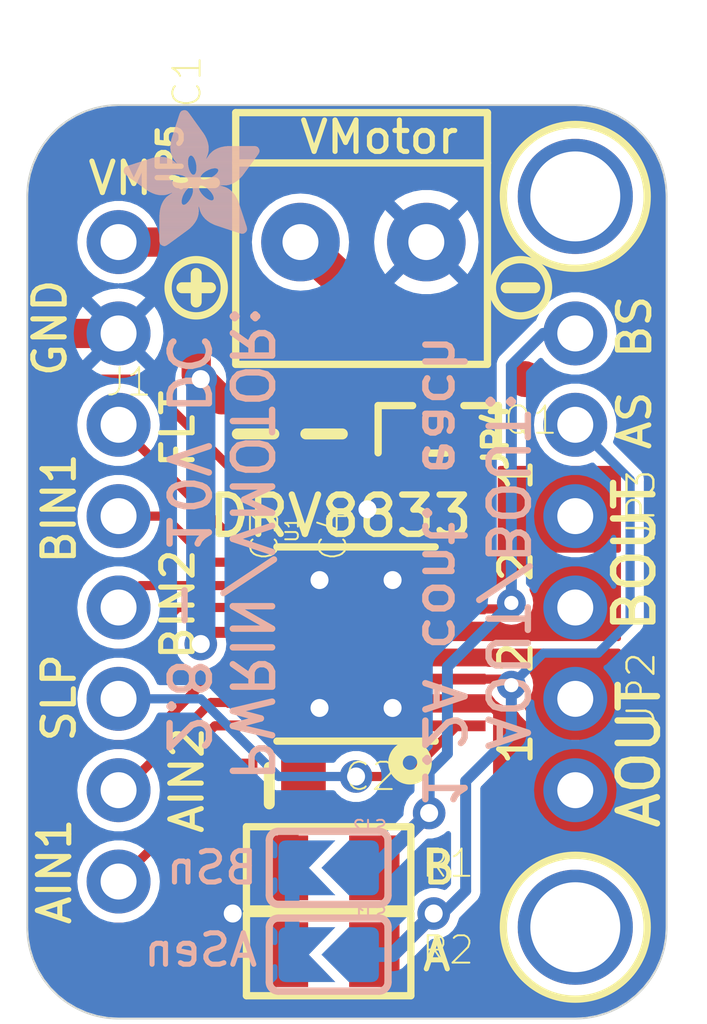
<source format=kicad_pcb>
(kicad_pcb (version 20221018) (generator pcbnew)
  (layers (0 "F.Cu" signal) (31 "B.Cu" signal) (34 "B.Paste" user) (35 "F.Paste" user) (36 "B.SilkS" user "B.Silkscreen") (37 "F.SilkS" user "F.Silkscreen") (38 "B.Mask" user) (39 "F.Mask" user) (44 "Edge.Cuts" user))
  (net 0 "")
  (net 1 "BSEN")
  (net 2 "GND")
  (net 3 "ASEN")
  (net 4 "PWRIN")
  (net 5 "VMOTOR")
  (net 6 "AOUT1")
  (net 7 "AOUT2")
  (net 8 "BOUT2")
  (net 9 "BOUT1")
  (net 10 "VINT")
  (net 11 "N$8")
  (net 12 "~{SLEEP}")
  (net 13 "AIN1")
  (net 14 "AIN2")
  (net 15 "BIN1")
  (net 16 "BIN2")
  (net 17 "NFAULT")
  (footprint "working:TERMBLOCK_1X2-3.5MM" (layer "F.Cu") (at 149.0091 96.1136 180)
    (fp_text reference "J1" (at 5.89 -3.89) (layer "F.SilkS") (effects (font (size 0.75948 0.75948) (thickness 0.05332)) (justify right)))
    (fp_text value "VMOTORIN" hide)
    (pad "1" thru_hole circle (at 1.8 0 180) (size 2.1844 2.1844) (drill 1) (layers "*.Cu" "*.Mask") (net 4 "PWRIN"))
    (pad "2" thru_hole circle (at -1.7 0 180) (size 2.1844 2.1844) (drill 1) (layers "*.Cu" "*.Mask") (net 2 "GND"))
  )
  (footprint "working:1X02_ROUND" (layer "F.Cu") (at 154.8511 110.0836 -90)
    (fp_text reference "JP2" (at -2.6162 -1.8288 90) (layer "F.SilkS") (effects (font (size 0.74615 0.74615) (thickness 0.06665)) (justify right)))
    (fp_text value "")
    (pad "1" thru_hole circle (at -1.27 0) (size 1.778 1.778) (drill 1) (layers "*.Cu" "*.Mask") (net 7 "AOUT2"))
    (pad "2" thru_hole circle (at 1.27 0) (size 1.778 1.778) (drill 1) (layers "*.Cu" "*.Mask") (net 6 "AOUT1"))
  )
  (footprint "working:_1206" (layer "F.Cu") (at 147.9931 115.9256)
    (fp_text reference "R2" (at 2.54 -0.127) (layer "F.SilkS") (effects (font (size 0.75948 0.75948) (thickness 0.05332)) (justify left)))
    (fp_text value "0.2Ω")
    (pad "1" smd rect (at -1.27 0) (size 1.4 1.8) (layers "F.Cu" "F.Paste" "F.Mask") (net 2 "GND"))
    (pad "2" smd rect (at 1.27 0) (size 1.4 1.8) (layers "F.Cu" "F.Paste" "F.Mask") (net 3 "ASEN"))
  )
  (footprint "working:1X08_ROUND_70" (layer "F.Cu") (at 142.1511 105.0036 -90)
    (fp_text reference "JP5" (at -10.2362 -1.8288 -90) (layer "F.SilkS") (effects (font (size 0.666496 0.666496) (thickness 0.146304)) (justify left bottom)))
    (fp_text value "")
    (pad "1" thru_hole circle (at -8.89 0) (size 1.778 1.778) (drill 1) (layers "*.Cu" "*.Mask") (net 5 "VMOTOR"))
    (pad "2" thru_hole circle (at -6.35 0) (size 1.778 1.778) (drill 1) (layers "*.Cu" "*.Mask") (net 2 "GND"))
    (pad "3" thru_hole circle (at -3.81 0) (size 1.778 1.778) (drill 1) (layers "*.Cu" "*.Mask") (net 17 "NFAULT"))
    (pad "4" thru_hole circle (at -1.27 0) (size 1.778 1.778) (drill 1) (layers "*.Cu" "*.Mask") (net 15 "BIN1"))
    (pad "5" thru_hole circle (at 1.27 0) (size 1.778 1.778) (drill 1) (layers "*.Cu" "*.Mask") (net 16 "BIN2"))
    (pad "6" thru_hole circle (at 3.81 0) (size 1.778 1.778) (drill 1) (layers "*.Cu" "*.Mask") (net 12 "~{SLEEP}"))
    (pad "7" thru_hole circle (at 6.35 0) (size 1.778 1.778) (drill 1) (layers "*.Cu" "*.Mask") (net 14 "AIN2"))
    (pad "8" thru_hole circle (at 8.89 0) (size 1.778 1.778) (drill 1) (layers "*.Cu" "*.Mask") (net 13 "AIN1"))
  )
  (footprint "working:_1206" (layer "F.Cu") (at 147.9931 113.5126)
    (fp_text reference "R1" (at 2.54 -0.127) (layer "F.SilkS") (effects (font (size 0.75948 0.75948) (thickness 0.05332)) (justify left)))
    (fp_text value "0.2Ω")
    (pad "1" smd rect (at -1.27 0) (size 1.4 1.8) (layers "F.Cu" "F.Paste" "F.Mask") (net 2 "GND"))
    (pad "2" smd rect (at 1.27 0) (size 1.4 1.8) (layers "F.Cu" "F.Paste" "F.Mask") (net 1 "BSEN"))
  )
  (footprint "working:MOUNTINGHOLE_2.5_PLATED" (layer "F.Cu") (at 154.8511 94.8436)
    (fp_text reference "U$13" hide)
    (fp_text value "MOUNTINGHOLE2.5" hide)
    (pad "P$1" thru_hole circle (at 0 0) (size 3.2 3.2) (drill 2.5) (layers "*.Cu" "*.Mask"))
    (zone (net 0) (net_name "") (layer "F.Cu") (connect_pads (clearance 0)) (min_thickness 0.25)
      (keepout (tracks not_allowed) (vias not_allowed) (pads not_allowed) (copperpour not_allowed) (footprints allowed))
      (fill (thermal_gap 0.5) (thermal_bridge_width 0.5))
      (polygon (pts (xy 156.8671 94.8436) (xy 156.84748 94.563027) (xy 156.789004 94.287915) (xy 156.692808 94.023619) (xy 156.560765 93.775283) (xy 156.395446 93.54774) (xy 156.200067 93.34542) (xy 155.978433 93.17226) (xy 155.734856 93.031631) (xy 155.474078 92.92627) (xy 155.201175 92.858228) (xy 154.921457 92.828828) (xy 154.640371 92.838644) (xy 154.363385 92.887484) (xy 154.095893 92.974397) (xy 153.8431 93.097693) (xy 153.609926 93.25497) (xy 153.400911 93.443169) (xy 153.220122 93.658625) (xy 153.071078 93.897145) (xy 152.95668 94.154087) (xy 152.879154 94.42445) (xy 152.840011 94.702971) (xy 152.840011 94.984229) (xy 152.879154 95.26275) (xy 152.95668 95.533113) (xy 153.071078 95.790055) (xy 153.220122 96.028575) (xy 153.400911 96.244031) (xy 153.609926 96.43223) (xy 153.8431 96.589507) (xy 154.095893 96.712803) (xy 154.363385 96.799716) (xy 154.640371 96.848556) (xy 154.921457 96.858372) (xy 155.201175 96.828972) (xy 155.474078 96.76093) (xy 155.734856 96.655569) (xy 155.978433 96.51494) (xy 156.200067 96.34178) (xy 156.395446 96.13946) (xy 156.560765 95.911917) (xy 156.692808 95.663581) (xy 156.789004 95.399285) (xy 156.84748 95.124173)))
      (polygon (pts (xy 154.8351 94.8436) (xy 154.839786 94.854914) (xy 154.8511 94.8596) (xy 154.862414 94.854914) (xy 154.8671 94.8436) (xy 154.862414 94.832286) (xy 154.8511 94.8276) (xy 154.839786 94.832286)))
    )
    (zone (net 0) (net_name "") (layer "B.Cu") (connect_pads (clearance 0)) (min_thickness 0.25)
      (keepout (tracks not_allowed) (vias not_allowed) (pads not_allowed) (copperpour not_allowed) (footprints allowed))
      (fill (thermal_gap 0.5) (thermal_bridge_width 0.5))
      (polygon (pts (xy 156.8671 94.8436) (xy 156.84748 94.563027) (xy 156.789004 94.287915) (xy 156.692808 94.023619) (xy 156.560765 93.775283) (xy 156.395446 93.54774) (xy 156.200067 93.34542) (xy 155.978433 93.17226) (xy 155.734856 93.031631) (xy 155.474078 92.92627) (xy 155.201175 92.858228) (xy 154.921457 92.828828) (xy 154.640371 92.838644) (xy 154.363385 92.887484) (xy 154.095893 92.974397) (xy 153.8431 93.097693) (xy 153.609926 93.25497) (xy 153.400911 93.443169) (xy 153.220122 93.658625) (xy 153.071078 93.897145) (xy 152.95668 94.154087) (xy 152.879154 94.42445) (xy 152.840011 94.702971) (xy 152.840011 94.984229) (xy 152.879154 95.26275) (xy 152.95668 95.533113) (xy 153.071078 95.790055) (xy 153.220122 96.028575) (xy 153.400911 96.244031) (xy 153.609926 96.43223) (xy 153.8431 96.589507) (xy 154.095893 96.712803) (xy 154.363385 96.799716) (xy 154.640371 96.848556) (xy 154.921457 96.858372) (xy 155.201175 96.828972) (xy 155.474078 96.76093) (xy 155.734856 96.655569) (xy 155.978433 96.51494) (xy 156.200067 96.34178) (xy 156.395446 96.13946) (xy 156.560765 95.911917) (xy 156.692808 95.663581) (xy 156.789004 95.399285) (xy 156.84748 95.124173)))
      (polygon (pts (xy 154.8351 94.8436) (xy 154.839786 94.854914) (xy 154.8511 94.8596) (xy 154.862414 94.854914) (xy 154.8671 94.8436) (xy 154.862414 94.832286) (xy 154.8511 94.8276) (xy 154.839786 94.832286)))
    )
  )
  (footprint "working:0805-NO" (layer "F.Cu") (at 145.9611 101.4476 -90)
    (fp_text reference "C3" (at 2.032 -0.254 90) (layer "F.SilkS") (effects (font (size 0.75948 0.75948) (thickness 0.05332)) (justify right)))
    (fp_text value "0.1uF")
    (pad "1" smd rect (at -0.95 0 270) (size 1.24 1.5) (layers "F.Cu" "F.Paste" "F.Mask") (net 5 "VMOTOR"))
    (pad "2" smd rect (at 0.95 0 270) (size 1.24 1.5) (layers "F.Cu" "F.Paste" "F.Mask") (net 11 "N$8"))
  )
  (footprint "working:SYMBOL_PLUS" (layer "F.Cu") (at 144.3101 97.3836)
    (fp_text reference "U$15" hide)
    (fp_text value "" hide)
  )
  (footprint "working:MOUNTINGHOLE_2.5_PLATED" (layer "F.Cu") (at 154.8511 115.1636)
    (fp_text reference "U$14" hide)
    (fp_text value "MOUNTINGHOLE2.5" hide)
    (pad "P$1" thru_hole circle (at 0 0) (size 3.2 3.2) (drill 2.5) (layers "*.Cu" "*.Mask"))
    (zone (net 0) (net_name "") (layer "F.Cu") (connect_pads (clearance 0)) (min_thickness 0.25)
      (keepout (tracks not_allowed) (vias not_allowed) (pads not_allowed) (copperpour not_allowed) (footprints allowed))
      (fill (thermal_gap 0.5) (thermal_bridge_width 0.5))
      (polygon (pts (xy 156.8671 115.1636) (xy 156.84748 114.883027) (xy 156.789004 114.607915) (xy 156.692808 114.343619) (xy 156.560765 114.095283) (xy 156.395446 113.86774) (xy 156.200067 113.66542) (xy 155.978433 113.49226) (xy 155.734856 113.351631) (xy 155.474078 113.24627) (xy 155.201175 113.178228) (xy 154.921457 113.148828) (xy 154.640371 113.158644) (xy 154.363385 113.207484) (xy 154.095893 113.294397) (xy 153.8431 113.417693) (xy 153.609926 113.57497) (xy 153.400911 113.763169) (xy 153.220122 113.978625) (xy 153.071078 114.217145) (xy 152.95668 114.474087) (xy 152.879154 114.74445) (xy 152.840011 115.022971) (xy 152.840011 115.304229) (xy 152.879154 115.58275) (xy 152.95668 115.853113) (xy 153.071078 116.110055) (xy 153.220122 116.348575) (xy 153.400911 116.564031) (xy 153.609926 116.75223) (xy 153.8431 116.909507) (xy 154.095893 117.032803) (xy 154.363385 117.119716) (xy 154.640371 117.168556) (xy 154.921457 117.178372) (xy 155.201175 117.148972) (xy 155.474078 117.08093) (xy 155.734856 116.975569) (xy 155.978433 116.83494) (xy 156.200067 116.66178) (xy 156.395446 116.45946) (xy 156.560765 116.231917) (xy 156.692808 115.983581) (xy 156.789004 115.719285) (xy 156.84748 115.444173)))
      (polygon (pts (xy 154.8351 115.1636) (xy 154.839786 115.174914) (xy 154.8511 115.1796) (xy 154.862414 115.174914) (xy 154.8671 115.1636) (xy 154.862414 115.152286) (xy 154.8511 115.1476) (xy 154.839786 115.152286)))
    )
    (zone (net 0) (net_name "") (layer "B.Cu") (connect_pads (clearance 0)) (min_thickness 0.25)
      (keepout (tracks not_allowed) (vias not_allowed) (pads not_allowed) (copperpour not_allowed) (footprints allowed))
      (fill (thermal_gap 0.5) (thermal_bridge_width 0.5))
      (polygon (pts (xy 156.8671 115.1636) (xy 156.84748 114.883027) (xy 156.789004 114.607915) (xy 156.692808 114.343619) (xy 156.560765 114.095283) (xy 156.395446 113.86774) (xy 156.200067 113.66542) (xy 155.978433 113.49226) (xy 155.734856 113.351631) (xy 155.474078 113.24627) (xy 155.201175 113.178228) (xy 154.921457 113.148828) (xy 154.640371 113.158644) (xy 154.363385 113.207484) (xy 154.095893 113.294397) (xy 153.8431 113.417693) (xy 153.609926 113.57497) (xy 153.400911 113.763169) (xy 153.220122 113.978625) (xy 153.071078 114.217145) (xy 152.95668 114.474087) (xy 152.879154 114.74445) (xy 152.840011 115.022971) (xy 152.840011 115.304229) (xy 152.879154 115.58275) (xy 152.95668 115.853113) (xy 153.071078 116.110055) (xy 153.220122 116.348575) (xy 153.400911 116.564031) (xy 153.609926 116.75223) (xy 153.8431 116.909507) (xy 154.095893 117.032803) (xy 154.363385 117.119716) (xy 154.640371 117.168556) (xy 154.921457 117.178372) (xy 155.201175 117.148972) (xy 155.474078 117.08093) (xy 155.734856 116.975569) (xy 155.978433 116.83494) (xy 156.200067 116.66178) (xy 156.395446 116.45946) (xy 156.560765 116.231917) (xy 156.692808 115.983581) (xy 156.789004 115.719285) (xy 156.84748 115.444173)))
      (polygon (pts (xy 154.8351 115.1636) (xy 154.839786 115.174914) (xy 154.8511 115.1796) (xy 154.862414 115.174914) (xy 154.8671 115.1636) (xy 154.862414 115.152286) (xy 154.8511 115.1476) (xy 154.839786 115.152286)))
    )
  )
  (footprint "working:HTSSOP16" (layer "F.Cu") (at 148.7551 107.2896 90)
    (fp_text reference "U1" (at 2.794 -1.778 90) (layer "F.SilkS") (effects (font (size 0.35308 0.35308) (thickness 0.05332)) (justify left)))
    (fp_text value "DRV8833PWPR")
    (pad "1" smd rect (at -2.275 2.8 90) (size 0.3 1.6) (layers "F.Cu" "F.Paste" "F.Mask") (net 12 "~{SLEEP}"))
    (pad "2" smd rect (at -1.625 2.8 90) (size 0.3 1.6) (layers "F.Cu" "F.Paste" "F.Mask") (net 6 "AOUT1"))
    (pad "3" smd rect (at -0.975 2.8 90) (size 0.3 1.6) (layers "F.Cu" "F.Paste" "F.Mask") (net 3 "ASEN"))
    (pad "4" smd rect (at -0.325 2.8 90) (size 0.3 1.6) (layers "F.Cu" "F.Paste" "F.Mask") (net 7 "AOUT2"))
    (pad "5" smd rect (at 0.325 2.8 90) (size 0.3 1.6) (layers "F.Cu" "F.Paste" "F.Mask") (net 8 "BOUT2"))
    (pad "6" smd rect (at 0.975 2.8 90) (size 0.3 1.6) (layers "F.Cu" "F.Paste" "F.Mask") (net 1 "BSEN"))
    (pad "7" smd rect (at 1.625 2.8 90) (size 0.3 1.6) (layers "F.Cu" "F.Paste" "F.Mask") (net 9 "BOUT1"))
    (pad "8" smd rect (at 2.275 2.8 90) (size 0.3 1.6) (layers "F.Cu" "F.Paste" "F.Mask") (net 17 "NFAULT"))
    (pad "9" smd rect (at 2.275 -2.8 90) (size 0.3 1.6) (layers "F.Cu" "F.Paste" "F.Mask") (net 15 "BIN1"))
    (pad "10" smd rect (at 1.625 -2.8 90) (size 0.3 1.6) (layers "F.Cu" "F.Paste" "F.Mask") (net 16 "BIN2"))
    (pad "11" smd rect (at 0.975 -2.8 90) (size 0.3 1.6) (layers "F.Cu" "F.Paste" "F.Mask") (net 11 "N$8"))
    (pad "12" smd rect (at 0.325 -2.8 90) (size 0.3 1.6) (layers "F.Cu" "F.Paste" "F.Mask") (net 5 "VMOTOR"))
    (pad "13" smd rect (at -0.325 -2.8 90) (size 0.3 1.6) (layers "F.Cu" "F.Paste" "F.Mask") (net 2 "GND"))
    (pad "14" smd rect (at -0.975 -2.8 90) (size 0.3 1.6) (layers "F.Cu" "F.Paste" "F.Mask") (net 10 "VINT"))
    (pad "15" smd rect (at -1.625 -2.8 90) (size 0.3 1.6) (layers "F.Cu" "F.Paste" "F.Mask") (net 14 "AIN2"))
    (pad "16" smd rect (at -2.275 -2.8 90) (size 0.3 1.6) (layers "F.Cu" "F.Paste" "F.Mask") (net 13 "AIN1"))
    (pad "PPAD" smd rect (at 0 0 90) (size 4.8 3.2) (layers "F.Cu" "F.Mask") (net 2 "GND"))
  )
  (footprint "working:0805-NO" (layer "F.Cu") (at 147.8661 101.4476 -90)
    (fp_text reference "C4" (at 2.032 -0.254 90) (layer "F.SilkS") (effects (font (size 0.75948 0.75948) (thickness 0.05332)) (justify right)))
    (fp_text value "10µF/16V")
    (pad "1" smd rect (at -0.95 0 270) (size 1.24 1.5) (layers "F.Cu" "F.Paste" "F.Mask") (net 5 "VMOTOR"))
    (pad "2" smd rect (at 0.95 0 270) (size 1.24 1.5) (layers "F.Cu" "F.Paste" "F.Mask") (net 2 "GND"))
  )
  (footprint "working:FIDUCIAL_1MM" (layer "F.Cu") (at 153.4541 99.9236)
    (fp_text reference "FID1" hide)
    (fp_text value "FIDUCIAL\"\"" hide)
    (pad "1" smd roundrect (at 0 0) (size 1 1) (layers "F.Cu" "F.Mask") (roundrect_rratio 0.5))
  )
  (footprint "working:FIDUCIAL_1MM" (layer "F.Cu") (at 141.8971 116.4336)
    (fp_text reference "FID2" hide)
    (fp_text value "FIDUCIAL\"\"" hide)
    (pad "1" smd roundrect (at 0 0) (size 1 1) (layers "F.Cu" "F.Mask") (roundrect_rratio 0.5))
  )
  (footprint "working:SOT23-WIDE" (layer "F.Cu") (at 151.0411 101.3206)
    (fp_text reference "Q1" (at 1.778 -0.254) (layer "F.SilkS") (effects (font (size 0.75948 0.75948) (thickness 0.05332)) (justify left)))
    (fp_text value "DMG3415U")
    (pad "1" smd rect (at -0.95 1) (size 1 1.2) (layers "F.Cu" "F.Paste" "F.Mask") (net 2 "GND"))
    (pad "2" smd rect (at 0.95 1) (size 1 1.2) (layers "F.Cu" "F.Paste" "F.Mask") (net 5 "VMOTOR"))
    (pad "3" smd rect (at 0 -1) (size 1 1.2) (layers "F.Cu" "F.Paste" "F.Mask") (net 4 "PWRIN"))
  )
  (footprint "working:SYMBOL_MINUS" (layer "F.Cu") (at 153.3271 97.3836)
    (fp_text reference "U$16" hide)
    (fp_text value "" hide)
  )
  (footprint "working:0805-NO" (layer "F.Cu") (at 144.3101 94.4626 90)
    (fp_text reference "C1" (at 2.032 -0.254 90) (layer "F.SilkS") (effects (font (size 0.75948 0.75948) (thickness 0.05332)) (justify left)))
    (fp_text value "10µF/16V")
    (pad "1" smd rect (at -0.95 0 90) (size 1.24 1.5) (layers "F.Cu" "F.Paste" "F.Mask") (net 5 "VMOTOR"))
    (pad "2" smd rect (at 0.95 0 90) (size 1.24 1.5) (layers "F.Cu" "F.Paste" "F.Mask") (net 2 "GND"))
  )
  (footprint "working:1X02_ROUND" (layer "F.Cu") (at 154.8511 105.0036 -90)
    (fp_text reference "JP3" (at -2.6162 -1.8288 90) (layer "F.SilkS") (effects (font (size 0.74615 0.74615) (thickness 0.06665)) (justify right)))
    (fp_text value "")
    (pad "1" thru_hole circle (at -1.27 0) (size 1.778 1.778) (drill 1) (layers "*.Cu" "*.Mask") (net 9 "BOUT1"))
    (pad "2" thru_hole circle (at 1.27 0) (size 1.778 1.778) (drill 1) (layers "*.Cu" "*.Mask") (net 8 "BOUT2"))
  )
  (footprint "working:0805-NO" (layer "F.Cu") (at 146.3421 111.2266)
    (fp_text reference "C2" (at 2.032 -0.254) (layer "F.SilkS") (effects (font (size 0.75948 0.75948) (thickness 0.05332)) (justify left)))
    (fp_text value "10µF")
    (pad "1" smd rect (at -0.95 0) (size 1.24 1.5) (layers "F.Cu" "F.Paste" "F.Mask") (net 10 "VINT"))
    (pad "2" smd rect (at 0.95 0) (size 1.24 1.5) (layers "F.Cu" "F.Paste" "F.Mask") (net 2 "GND"))
  )
  (footprint "working:1X02_ROUND" (layer "F.Cu") (at 154.8511 99.9236 90)
    (fp_text reference "JP4" (at -2.6162 -1.8288 90) (layer "F.SilkS") (effects (font (size 0.666496 0.666496) (thickness 0.146304)) (justify left bottom)))
    (fp_text value "")
    (pad "1" thru_hole circle (at -1.27 0 180) (size 1.778 1.778) (drill 1) (layers "*.Cu" "*.Mask") (net 3 "ASEN"))
    (pad "2" thru_hole circle (at 1.27 0 180) (size 1.778 1.778) (drill 1) (layers "*.Cu" "*.Mask") (net 1 "BSEN"))
  )
  (footprint "working:SOLDERJUMPER_ARROW_NOPASTE" (layer "B.Cu") (at 147.9931 113.5126 180)
    (fp_text reference "SJ2" (at -1.651 1.143) (layer "B.SilkS") (effects (font (size 0.35308 0.35308) (thickness 0.05332)) (justify left mirror)))
    (fp_text value "ISENSEB")
    (fp_poly (pts (xy 0.201021 0) (xy -0.560979 -0.762) (xy -1.1684 -0.762) (xy -1.1684 0.762) (xy -0.560979 0.762)) (fill solid) (layer "B.Cu"))
    (fp_poly (pts (xy 1.1684 -0.762) (xy -0.186831 -0.762) (xy 0.548892 0) (xy -0.186831 0.762) (xy 1.1684 0.762)) (fill solid) (layer "B.Cu"))
    (pad "1" smd roundrect (at -1.016 0 180) (size 0.762 1.524) (layers "B.Cu") (net 1 "BSEN"))
    (pad "2" smd roundrect (at 1.016 0 180) (size 0.762 1.524) (layers "B.Cu") (net 2 "GND"))
  )
  (footprint "working:SOLDERJUMPER_ARROW_NOPASTE" (layer "B.Cu") (at 147.9931 115.9256 180)
    (fp_text reference "SJ1" (at -1.651 1.143) (layer "B.SilkS") (effects (font (size 0.35308 0.35308) (thickness 0.05332)) (justify left mirror)))
    (fp_text value "ISENSEA")
    (fp_poly (pts (xy 0.201021 0) (xy -0.560979 -0.762) (xy -1.1684 -0.762) (xy -1.1684 0.762) (xy -0.560979 0.762)) (fill solid) (layer "B.Cu"))
    (fp_poly (pts (xy 1.1684 -0.762) (xy -0.186831 -0.762) (xy 0.548892 0) (xy -0.186831 0.762) (xy 1.1684 0.762)) (fill solid) (layer "B.Cu"))
    (pad "1" smd roundrect (at -1.016 0 180) (size 0.762 1.524) (layers "B.Cu") (net 3 "ASEN"))
    (pad "2" smd roundrect (at 1.016 0 180) (size 0.762 1.524) (layers "B.Cu") (net 2 "GND"))
  )
  (footprint "working:ADAFRUIT_3.5MM" (layer "B.Cu") (at 146.0881 96.2406 180)
    (fp_text reference "U$17" hide)
    (fp_text value "" hide)
  )
  (gr_arc (start 139.6111 94.8436) (mid 140.355049 93.047549) (end 142.1511 92.3036) (stroke (width 0.05)) (layer "Edge.Cuts"))
  (gr_arc (start 157.3911 115.1636) (mid 156.647151 116.959651) (end 154.8511 117.7036) (stroke (width 0.05)) (layer "Edge.Cuts"))
  (gr_line (start 139.6111 115.1636) (end 139.6111 94.8436) (stroke (width 0.05)) (layer "Edge.Cuts"))
  (gr_arc (start 154.8511 92.3036) (mid 156.647151 93.047549) (end 157.3911 94.8436) (stroke (width 0.05)) (layer "Edge.Cuts"))
  (gr_line (start 157.3911 94.8436) (end 157.3911 115.1636) (stroke (width 0.05)) (layer "Edge.Cuts"))
  (gr_line (start 154.8511 117.7036) (end 142.1511 117.7036) (stroke (width 0.05)) (layer "Edge.Cuts"))
  (gr_arc (start 142.1511 117.7036) (mid 140.355049 116.959651) (end 139.6111 115.1636) (stroke (width 0.05)) (layer "Edge.Cuts"))
  (gr_line (start 142.1511 92.3036) (end 154.8511 92.3036) (stroke (width 0.05)) (layer "Edge.Cuts"))
  (gr_text "BSn" (at 146.0881 114.0206) (layer "B.SilkS") (effects (font (size 0.87376 0.87376) (thickness 0.14224)) (justify left bottom mirror)))
  (gr_text "AOUT/BOUT:\n1.2A cont. each" (at 152.0571 105.2576 -90) (layer "B.SilkS") (effects (font (size 1.0922 1.0922) (thickness 0.1778)) (justify mirror)))
  (gr_text "ASen" (at 146.0881 116.3066) (layer "B.SilkS") (effects (font (size 0.87376 0.87376) (thickness 0.14224)) (justify left bottom mirror)))
  (gr_text "PWRIN/VMOTOR:\n2.8 - 10V DC" (at 144.9451 104.4956 -90) (layer "B.SilkS") (effects (font (size 1.0922 1.0922) (thickness 0.1778)) (justify mirror)))
  (gr_text "VMotor" (at 151.6761 92.6846) (layer "F.SilkS") (effects (font (size 0.87376 0.87376) (thickness 0.14224)) (justify right top)))
  (gr_text "GND" (at 140.7541 99.9236 90) (layer "F.SilkS") (effects (font (size 0.87376 0.87376) (thickness 0.14224)) (justify left bottom)))
  (gr_text "SLP" (at 141.0081 110.0836 90) (layer "F.SilkS") (effects (font (size 0.87376 0.87376) (thickness 0.14224)) (justify left bottom)))
  (gr_text "BIN1" (at 141.0081 105.1306 90) (layer "F.SilkS") (effects (font (size 0.87376 0.87376) (thickness 0.14224)) (justify left bottom)))
  (gr_text "DRV8833" (at 144.5641 104.3686) (layer "F.SilkS") (effects (font (size 1.0922 1.0922) (thickness 0.1778)) (justify left bottom)))
  (gr_text "1" (at 153.7081 110.7186 90) (layer "F.SilkS") (effects (font (size 0.87376 0.87376) (thickness 0.14224)) (justify left bottom)))
  (gr_text "A" (at 150.5331 116.4336) (layer "F.SilkS") (effects (font (size 0.87376 0.87376) (thickness 0.14224)) (justify left bottom)))
  (gr_text "2" (at 153.7081 108.1786 90) (layer "F.SilkS") (effects (font (size 0.87376 0.87376) (thickness 0.14224)) (justify left bottom)))
  (gr_text "AOUT" (at 157.2641 112.4966 90) (layer "F.SilkS") (effects (font (size 1.0922 1.0922) (thickness 0.1778)) (justify left bottom)))
  (gr_text "FLT" (at 144.3101 102.4636 90) (layer "F.SilkS") (effects (font (size 0.87376 0.87376) (thickness 0.14224)) (justify left bottom)))
  (gr_text "2" (at 153.7081 105.6386 90) (layer "F.SilkS") (effects (font (size 0.87376 0.87376) (thickness 0.14224)) (justify left bottom)))
  (gr_text "BOUT" (at 157.1371 107.0356 90) (layer "F.SilkS") (effects (font (size 1.0922 1.0922) (thickness 0.1778)) (justify left bottom)))
  (gr_text "BS" (at 157.0101 99.4156 90) (layer "F.SilkS") (effects (font (size 0.87376 0.87376) (thickness 0.14224)) (justify left bottom)))
  (gr_text "AS" (at 157.0101 101.9556 90) (layer "F.SilkS") (effects (font (size 0.87376 0.87376) (thickness 0.14224)) (justify left bottom)))
  (gr_text "B" (at 150.5331 114.0206) (layer "F.SilkS") (effects (font (size 0.87376 0.87376) (thickness 0.14224)) (justify left bottom)))
  (gr_text "1" (at 153.7081 103.0986 90) (layer "F.SilkS") (effects (font (size 0.87376 0.87376) (thickness 0.14224)) (justify left bottom)))
  (gr_text "AIN1" (at 140.8811 115.1636 90) (layer "F.SilkS") (effects (font (size 0.87376 0.87376) (thickness 0.14224)) (justify left bottom)))
  (gr_text "BIN2" (at 144.3101 107.7976 90) (layer "F.SilkS") (effects (font (size 0.87376 0.87376) (thickness 0.14224)) (justify left bottom)))
  (gr_text "AIN2" (at 144.5641 112.6236 90) (layer "F.SilkS") (effects (font (size 0.87376 0.87376) (thickness 0.14224)) (justify left bottom)))
  (gr_text "VM" (at 143.1671 93.8276) (layer "F.SilkS") (effects (font (size 0.87376 0.87376) (thickness 0.14224)) (justify right top)))
  (segment (start 152.9051 106.3146) (end 153.0731 106.1466) (width 0.254) (layer "F.Cu") (net 1))
  (segment (start 149.2631 113.5126) (end 150.7871 111.9886) (width 0.4064) (layer "F.Cu") (net 1))
  (segment (start 151.5551 106.3146) (end 152.9051 106.3146) (width 0.254) (layer "F.Cu") (net 1))
  (via (at 150.7871 111.9886) (size 0.9064) (drill 0.5) (layers "F.Cu" "B.Cu") (net 1))
  (via (at 153.0731 106.1466) (size 0.8001) (drill 0.3937) (layers "F.Cu" "B.Cu") (net 1))
  (segment (start 151.2951 110.3376) (end 150.7871 110.8456) (width 0.3048) (layer "B.Cu") (net 1))
  (segment (start 153.0731 106.1466) (end 153.0731 99.5426) (width 0.3048) (layer "B.Cu") (net 1))
  (segment (start 149.2631 113.5126) (end 150.7871 111.9886) (width 0.4064) (layer "B.Cu") (net 1))
  (segment (start 150.7871 110.8456) (end 150.7871 111.9886) (width 0.3048) (layer "B.Cu") (net 1))
  (segment (start 149.0091 113.5126) (end 149.2631 113.5126) (width 0.4064) (layer "B.Cu") (net 1))
  (segment (start 153.0731 106.1466) (end 151.2951 107.9246) (width 0.3048) (layer "B.Cu") (net 1))
  (segment (start 151.2951 107.9246) (end 151.2951 110.3376) (width 0.3048) (layer "B.Cu") (net 1))
  (segment (start 153.0731 99.5426) (end 153.9621 98.6536) (width 0.3048) (layer "B.Cu") (net 1))
  (segment (start 153.9621 98.6536) (end 154.8511 98.6536) (width 0.3048) (layer "B.Cu") (net 1))
  (segment (start 147.2921 112.1816) (end 146.7231 112.7506) (width 0.4064) (layer "F.Cu") (net 2))
  (segment (start 146.7231 115.9256) (end 146.7231 114.7826) (width 0.4064) (layer "F.Cu") (net 2))
  (segment (start 140.3731 98.2726) (end 140.3731 94.5896) (width 0.8128) (layer "F.Cu") (net 2))
  (segment (start 147.2921 111.2266) (end 147.2921 112.1816) (width 0.4064) (layer "F.Cu") (net 2))
  (segment (start 147.9931 109.1946) (end 147.9931 107.7416) (width 0.4064) (layer "F.Cu") (net 2))
  (segment (start 147.2921 111.2266) (end 147.2921 109.8956) (width 0.4064) (layer "F.Cu") (net 2))
  (segment (start 142.1511 98.6536) (end 140.7541 98.6536) (width 0.8128) (layer "F.Cu") (net 2))
  (segment (start 149.905206 102.3976) (end 150.0911 102.3206) (width 0.8128) (layer "F.Cu") (net 2))
  (segment (start 140.7541 98.6536) (end 140.3731 98.2726) (width 0.8128) (layer "F.Cu") (net 2))
  (segment (start 145.9551 107.6146) (end 148.1201 107.6146) (width 0.3048) (layer "F.Cu") (net 2))
  (segment (start 147.8661 102.3976) (end 149.0726 102.3976) (width 0.8128) (layer "F.Cu") (net 2))
  (segment (start 147.2921 109.8956) (end 147.9931 109.1946) (width 0.4064) (layer "F.Cu") (net 2))
  (segment (start 148.4301 107.6146) (end 148.4301 107.6146) (width 0.3048) (layer "F.Cu") (net 2))
  (segment (start 146.7231 113.5126) (end 146.7231 115.9256) (width 0.4064) (layer "F.Cu") (net 2))
  (segment (start 149.0726 102.3976) (end 149.0726 103.5431) (width 0.8128) (layer "F.Cu") (net 2))
  (segment (start 140.3731 94.5896) (end 141.3891 93.5736) (width 0.8128) (layer "F.Cu") (net 2))
  (segment (start 148.554472 107.589861) (end 148.65991 107.51941) (width 0.3048) (layer "F.Cu") (net 2))
  (segment (start 144.3101 93.5126) (end 143.9901 93.1926) (width 0.8128) (layer "F.Cu") (net 2))
  (segment (start 148.65991 107.51941) (end 148.7551 107.2896) (width 0.3048) (layer "F.Cu") (net 2))
  (segment (start 148.1201 107.6146) (end 148.4301 107.6146) (width 0.3048) (layer "F.Cu") (net 2))
  (segment (start 147.9931 109.1946) (end 148.5011 108.6866) (width 0.4064) (layer "F.Cu") (net 2))
  (segment (start 144.2491 93.5736) (end 144.3101 93.5126) (width 0.8128) (layer "F.Cu") (net 2))
  (segment (start 146.7231 114.7826) (end 145.3261 114.7826) (width 0.4064) (layer "F.Cu") (net 2))
  (segment (start 148.4301 107.6146) (end 148.554472 107.589861) (width 0.3048) (layer "F.Cu") (net 2))
  (segment (start 149.905206 102.3976) (end 149.0726 102.3976) (width 0.8128) (layer "F.Cu") (net 2))
  (segment (start 147.9931 107.7416) (end 148.1201 107.6146) (width 0.4064) (layer "F.Cu") (net 2))
  (segment (start 149.905206 102.3976) (end 149.905206 102.3976) (width 0.8128) (layer "F.Cu") (net 2))
  (segment (start 146.7231 112.7506) (end 146.7231 113.5126) (width 0.4064) (layer "F.Cu") (net 2))
  (segment (start 141.3891 93.5736) (end 144.2491 93.5736) (width 0.8128) (layer "F.Cu") (net 2))
  (via (at 149.0726 103.5431) (size 0.9064) (drill 0.5) (layers "F.Cu" "B.Cu") (net 2))
  (via (at 147.7391 109.0676) (size 0.9064) (drill 0.5) (layers "F.Cu" "B.Cu") (net 2))
  (via (at 149.7711 109.0676) (size 0.9064) (drill 0.5) (layers "F.Cu" "B.Cu") (net 2))
  (via (at 145.3261 114.7826) (size 0.9064) (drill 0.5) (layers "F.Cu" "B.Cu") (net 2))
  (via (at 149.7711 105.5116) (size 0.9064) (drill 0.5) (layers "F.Cu" "B.Cu") (net 2))
  (via (at 147.7391 105.5116) (size 0.9064) (drill 0.5) (layers "F.Cu" "B.Cu") (net 2))
  (segment (start 149.0726 103.5431) (end 149.2631 103.3526) (width 0.4064) (layer "B.Cu") (net 2))
  (segment (start 146.9771 115.9256) (end 146.9771 113.5126) (width 0.4064) (layer "B.Cu") (net 2))
  (segment (start 149.7711 115.9256) (end 150.9141 114.7826) (width 0.4064) (layer "F.Cu") (net 3))
  (segment (start 149.2631 115.9256) (end 149.7711 115.9256) (width 0.4064) (layer "F.Cu") (net 3))
  (segment (start 152.9051 108.2646) (end 153.0731 108.4326) (width 0.254) (layer "F.Cu") (net 3))
  (segment (start 151.5551 108.2646) (end 152.9051 108.2646) (width 0.254) (layer "F.Cu") (net 3))
  (via (at 150.9141 114.7826) (size 0.9064) (drill 0.5) (layers "F.Cu" "B.Cu") (net 3))
  (via (at 153.0731 108.4326) (size 0.8001) (drill 0.3937) (layers "F.Cu" "B.Cu") (net 3))
  (segment (start 151.8031 111.0996) (end 153.0731 109.8296) (width 0.3048) (layer "B.Cu") (net 3))
  (segment (start 151.1681 114.7826) (end 150.9141 114.7826) (width 0.254) (layer "B.Cu") (net 3))
  (segment (start 151.8031 111.0996) (end 151.8031 114.1476) (width 0.3048) (layer "B.Cu") (net 3))
  (segment (start 156.3751 102.7176) (end 154.8511 101.1936) (width 0.254) (layer "B.Cu") (net 3))
  (segment (start 151.8031 114.1476) (end 151.1681 114.7826) (width 0.3048) (layer "B.Cu") (net 3))
  (segment (start 156.3751 106.6546) (end 156.3751 102.7176) (width 0.254) (layer "B.Cu") (net 3))
  (segment (start 153.9621 107.5436) (end 155.4861 107.5436) (width 0.254) (layer "B.Cu") (net 3))
  (segment (start 149.0091 115.9256) (end 149.7711 115.9256) (width 0.4064) (layer "B.Cu") (net 3))
  (segment (start 149.7711 115.9256) (end 150.9141 114.7826) (width 0.4064) (layer "B.Cu") (net 3))
  (segment (start 153.0731 109.8296) (end 153.0731 108.4326) (width 0.3048) (layer "B.Cu") (net 3))
  (segment (start 153.9621 107.5436) (end 153.0731 108.4326) (width 0.254) (layer "B.Cu") (net 3))
  (segment (start 155.4861 107.5436) (end 156.3751 106.6546) (width 0.254) (layer "B.Cu") (net 3))
  (segment (start 151.0411 99.6916) (end 151.0411 100.3206) (width 1.016) (layer "F.Cu") (net 4))
  (segment (start 147.2091 96.1136) (end 151.0411 99.6916) (width 1.016) (layer "F.Cu") (net 4))
  (segment (start 142.1511 96.1136) (end 143.6091 96.1136) (width 0.8128) (layer "F.Cu") (net 5))
  (segment (start 151.9911 102.0166) (end 151.9911 102.3206) (width 0.4064) (layer "F.Cu") (net 5))
  (segment (start 144.7621 106.9646) (end 144.4371 107.2896) (width 0.3048) (layer "F.Cu") (net 5))
  (segment (start 143.6091 96.1136) (end 144.3101 95.4126) (width 0.8128) (layer "F.Cu") (net 5))
  (segment (start 144.3101 99.7966) (end 144.4371 99.9236) (width 0.8128) (layer "F.Cu") (net 5))
  (segment (start 145.0111 100.4976) (end 145.9611 100.4976) (width 0.8128) (layer "F.Cu") (net 5))
  (segment (start 151.2951 101.3206) (end 151.9911 102.0166) (width 0.3048) (layer "F.Cu") (net 5))
  (segment (start 144.3101 95.4126) (end 144.3101 99.7966) (width 0.8128) (layer "F.Cu") (net 5))
  (segment (start 149.3901 100.4316) (end 150.2791 101.3206) (width 0.3048) (layer "F.Cu") (net 5))
  (segment (start 145.9611 100.4976) (end 147.8661 100.4976) (width 0.8128) (layer "F.Cu") (net 5))
  (segment (start 144.4371 99.9236) (end 145.0111 100.4976) (width 0.8128) (layer "F.Cu") (net 5))
  (segment (start 147.9321 100.4316) (end 149.3901 100.4316) (width 0.8128) (layer "F.Cu") (net 5))
  (segment (start 145.9551 106.9646) (end 144.7621 106.9646) (width 0.3048) (layer "F.Cu") (net 5))
  (segment (start 147.8661 100.4976) (end 147.9321 100.4316) (width 0.8128) (layer "F.Cu") (net 5))
  (segment (start 150.2791 101.3206) (end 151.2951 101.3206) (width 0.3048) (layer "F.Cu") (net 5))
  (via (at 144.4371 99.9236) (size 0.9064) (drill 0.5) (layers "F.Cu" "B.Cu") (net 5))
  (via (at 144.4371 107.2896) (size 0.9064) (drill 0.5) (layers "F.Cu" "B.Cu") (net 5))
  (segment (start 144.4371 107.2896) (end 144.4371 99.9236) (width 0.8128) (layer "B.Cu") (net 5))
  (segment (start 152.4121 108.9146) (end 154.8511 111.3536) (width 0.254) (layer "F.Cu") (net 6))
  (segment (start 151.5551 108.9146) (end 152.4121 108.9146) (width 0.254) (layer "F.Cu") (net 6))
  (segment (start 151.5551 107.6146) (end 153.6521 107.6146) (width 0.254) (layer "F.Cu") (net 7))
  (segment (start 153.6521 107.6146) (end 154.8511 108.8136) (width 0.254) (layer "F.Cu") (net 7))
  (segment (start 151.5551 106.9646) (end 154.1601 106.9646) (width 0.254) (layer "F.Cu") (net 8))
  (segment (start 154.1601 106.9646) (end 154.8511 106.2736) (width 0.254) (layer "F.Cu") (net 8))
  (segment (start 152.4121 105.6646) (end 154.3431 103.7336) (width 0.254) (layer "F.Cu") (net 9))
  (segment (start 151.5551 105.6646) (end 152.4121 105.6646) (width 0.254) (layer "F.Cu") (net 9))
  (segment (start 154.3431 103.7336) (end 154.8511 103.7336) (width 0.254) (layer "F.Cu") (net 9))
  (segment (start 145.3921 111.2266) (end 145.3921 112.1766) (width 0.254) (layer "F.Cu") (net 10))
  (segment (start 143.4211 115.1636) (end 144.8181 113.7666) (width 0.254) (layer "F.Cu") (net 10))
  (segment (start 140.6271 110.4646) (end 140.6271 114.4016) (width 0.254) (layer "F.Cu") (net 10))
  (segment (start 144.8181 113.7666) (end 144.8181 112.7506) (width 0.254) (layer "F.Cu") (net 10))
  (segment (start 142.7861 110.0836) (end 141.0081 110.0836) (width 0.254) (layer "F.Cu") (net 10))
  (segment (start 144.6051 108.2646) (end 142.7861 110.0836) (width 0.254) (layer "F.Cu") (net 10))
  (segment (start 141.0081 110.0836) (end 140.6271 110.4646) (width 0.254) (layer "F.Cu") (net 10))
  (segment (start 144.8181 112.7506) (end 145.3921 112.1766) (width 0.254) (layer "F.Cu") (net 10))
  (segment (start 141.3891 115.1636) (end 143.4211 115.1636) (width 0.254) (layer "F.Cu") (net 10))
  (segment (start 140.6271 114.4016) (end 141.3891 115.1636) (width 0.254) (layer "F.Cu") (net 10))
  (segment (start 145.9551 108.2646) (end 144.6051 108.2646) (width 0.254) (layer "F.Cu") (net 10))
  (segment (start 141.2621 99.9236) (end 142.7861 99.9236) (width 0.254) (layer "F.Cu") (net 11))
  (segment (start 142.7861 99.9236) (end 145.2601 102.3976) (width 0.254) (layer "F.Cu") (net 11))
  (segment (start 143.4211 107.1626) (end 143.0401 107.5436) (width 0.254) (layer "F.Cu") (net 11))
  (segment (start 140.5001 106.9086) (end 140.5001 100.6856) (width 0.254) (layer "F.Cu") (net 11))
  (segment (start 143.4211 106.6546) (end 143.4211 107.1626) (width 0.254) (layer "F.Cu") (net 11))
  (segment (start 143.0401 107.5436) (end 141.1351 107.5436) (width 0.254) (layer "F.Cu") (net 11))
  (segment (start 140.5001 100.6856) (end 141.2621 99.9236) (width 0.254) (layer "F.Cu") (net 11))
  (segment (start 143.8021 106.2736) (end 145.9141 106.2736) (width 0.254) (layer "F.Cu") (net 11))
  (segment (start 145.9141 106.2736) (end 145.9551 106.3146) (width 0.254) (layer "F.Cu") (net 11))
  (segment (start 143.4211 106.6546) (end 143.8021 106.2736) (width 0.254) (layer "F.Cu") (net 11))
  (segment (start 145.9611 102.3976) (end 145.2601 102.3976) (width 0.254) (layer "F.Cu") (net 11))
  (segment (start 141.1351 107.5436) (end 140.5001 106.9086) (width 0.254) (layer "F.Cu") (net 11))
  (segment (start 148.7551 110.9726) (end 150.1471 110.9726) (width 0.254) (layer "F.Cu") (net 12))
  (segment (start 150.1471 110.9726) (end 151.5551 109.5646) (width 0.254) (layer "F.Cu") (net 12))
  (via (at 148.7551 110.9726) (size 0.9064) (drill 0.5) (layers "F.Cu" "B.Cu") (net 12))
  (segment (start 144.4371 108.8136) (end 142.1511 108.8136) (width 0.254) (layer "B.Cu") (net 12))
  (segment (start 146.5961 110.9726) (end 148.7551 110.9726) (width 0.254) (layer "B.Cu") (net 12))
  (segment (start 146.5961 110.9726) (end 144.4371 108.8136) (width 0.254) (layer "B.Cu") (net 12))
  (segment (start 143.8021 112.2426) (end 142.1511 113.8936) (width 0.254) (layer "F.Cu") (net 13))
  (segment (start 143.8021 110.5916) (end 143.8021 112.2426) (width 0.254) (layer "F.Cu") (net 13))
  (segment (start 144.8291 109.5646) (end 143.8021 110.5916) (width 0.254) (layer "F.Cu") (net 13))
  (segment (start 145.9551 109.5646) (end 144.8291 109.5646) (width 0.254) (layer "F.Cu") (net 13))
  (segment (start 145.9551 108.9146) (end 144.7171 108.9146) (width 0.254) (layer "F.Cu") (net 14))
  (segment (start 144.7171 108.9146) (end 142.2781 111.3536) (width 0.254) (layer "F.Cu") (net 14))
  (segment (start 142.2781 111.3536) (end 142.1511 111.3536) (width 0.254) (layer "F.Cu") (net 14))
  (segment (start 145.9551 105.0146) (end 144.7021 105.0146) (width 0.254) (layer "F.Cu") (net 15))
  (segment (start 143.4211 103.7336) (end 142.1511 103.7336) (width 0.254) (layer "F.Cu") (net 15))
  (segment (start 144.7021 105.0146) (end 143.4211 103.7336) (width 0.254) (layer "F.Cu") (net 15))
  (segment (start 145.9551 105.6646) (end 142.7601 105.6646) (width 0.254) (layer "F.Cu") (net 16))
  (segment (start 142.7601 105.6646) (end 142.1511 106.2736) (width 0.254) (layer "F.Cu") (net 16))
  (segment (start 151.1681 104.3686) (end 151.5551 104.7556) (width 0.254) (layer "F.Cu") (net 17))
  (segment (start 145.3261 104.3686) (end 142.1511 101.1936) (width 0.254) (layer "F.Cu") (net 17))
  (segment (start 151.1681 104.3686) (end 145.3261 104.3686) (width 0.254) (layer "F.Cu") (net 17))
  (segment (start 151.5551 104.7556) (end 151.5551 105.0146) (width 0.254) (layer "F.Cu") (net 17))
  (zone (net 6) (net_name "AOUT1") (layer "F.Cu") (priority 4) (connect_pads yes (clearance 0.000001)) (min_thickness 0.127) (fill yes (thermal_gap 0.5) (thermal_bridge_width 0.5))
    (polygon (pts (xy 154.259295 109.9566) (xy 156.1211 109.9566) (xy 156.1211 112.7506) (xy 152.5651 112.7506) (xy 152.5651 109.1946) (xy 150.6601 109.1946) (xy 150.6601 108.6866) (xy 152.608295 108.6866)))
  )
  (zone (net 8) (net_name "BOUT2") (layer "F.Cu") (priority 4) (connect_pads yes (clearance 0.000001)) (min_thickness 0.127) (fill yes (thermal_gap 0.5) (thermal_bridge_width 0.5))
    (polygon (pts (xy 156.1211 107.2896) (xy 150.6601 107.2896) (xy 150.6601 106.5276) (xy 153.401494 106.5276) (xy 153.5811 106.347994) (xy 153.5811 105.331995) (xy 154.036495 104.8766) (xy 156.1211 104.8766)))
  )
  (zone (net 9) (net_name "BOUT1") (layer "F.Cu") (priority 6) (connect_pads yes (clearance 0.000001)) (min_thickness 0.127) (fill yes (thermal_gap 0.5) (thermal_bridge_width 0.5))
    (polygon (pts (xy 156.1211 104.7496) (xy 153.887706 104.7496) (xy 152.744705 105.8926) (xy 150.7871 105.8926) (xy 150.7871 105.3846) (xy 152.131494 105.3846) (xy 152.6921 104.823995) (xy 152.6921 102.3366) (xy 156.1211 102.3366)))
  )
  (zone (net 7) (net_name "AOUT2") (layer "F.Cu") (priority 6) (connect_pads yes (clearance 0.000001)) (min_thickness 0.127) (fill yes (thermal_gap 0.5) (thermal_bridge_width 0.5))
    (polygon (pts (xy 156.1211 109.9566) (xy 154.290495 109.9566) (xy 153.4541 109.120205) (xy 153.4541 107.977206) (xy 153.401494 107.9246) (xy 150.6601 107.9246) (xy 150.6601 107.4166) (xy 156.1211 107.4166)))
  )
  (zone (net 2) (net_name "GND") (layer "B.Cu") (priority 6) (connect_pads (clearance 0.254)) (min_thickness 0.1524) (fill yes (thermal_gap 0.3548) (thermal_bridge_width 0.3548))
    (polygon (pts (xy 157.5435 117.856) (xy 139.4587 117.856) (xy 139.4587 92.1512) (xy 157.5435 92.1512)))
  )
)
</source>
